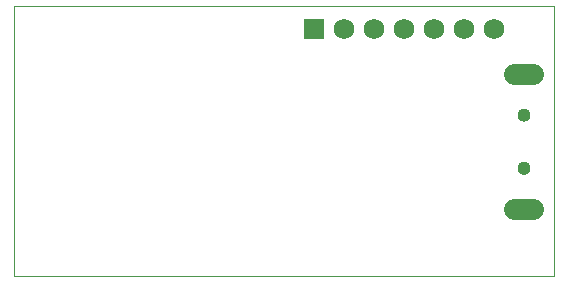
<source format=gbs>
G75*
%MOIN*%
%OFA0B0*%
%FSLAX25Y25*%
%IPPOS*%
%LPD*%
%AMOC8*
5,1,8,0,0,1.08239X$1,22.5*
%
%ADD10C,0.00000*%
%ADD11R,0.06900X0.06900*%
%ADD12C,0.06900*%
%ADD13C,0.07000*%
%ADD14C,0.04337*%
D10*
X0024428Y0011800D02*
X0024428Y0101800D01*
X0204428Y0101800D01*
X0204428Y0011800D01*
X0024428Y0011800D01*
X0192459Y0047942D02*
X0192461Y0048030D01*
X0192467Y0048118D01*
X0192477Y0048206D01*
X0192491Y0048294D01*
X0192508Y0048380D01*
X0192530Y0048466D01*
X0192555Y0048550D01*
X0192585Y0048634D01*
X0192617Y0048716D01*
X0192654Y0048796D01*
X0192694Y0048875D01*
X0192738Y0048952D01*
X0192785Y0049027D01*
X0192835Y0049099D01*
X0192889Y0049170D01*
X0192945Y0049237D01*
X0193005Y0049303D01*
X0193067Y0049365D01*
X0193133Y0049425D01*
X0193200Y0049481D01*
X0193271Y0049535D01*
X0193343Y0049585D01*
X0193418Y0049632D01*
X0193495Y0049676D01*
X0193574Y0049716D01*
X0193654Y0049753D01*
X0193736Y0049785D01*
X0193820Y0049815D01*
X0193904Y0049840D01*
X0193990Y0049862D01*
X0194076Y0049879D01*
X0194164Y0049893D01*
X0194252Y0049903D01*
X0194340Y0049909D01*
X0194428Y0049911D01*
X0194516Y0049909D01*
X0194604Y0049903D01*
X0194692Y0049893D01*
X0194780Y0049879D01*
X0194866Y0049862D01*
X0194952Y0049840D01*
X0195036Y0049815D01*
X0195120Y0049785D01*
X0195202Y0049753D01*
X0195282Y0049716D01*
X0195361Y0049676D01*
X0195438Y0049632D01*
X0195513Y0049585D01*
X0195585Y0049535D01*
X0195656Y0049481D01*
X0195723Y0049425D01*
X0195789Y0049365D01*
X0195851Y0049303D01*
X0195911Y0049237D01*
X0195967Y0049170D01*
X0196021Y0049099D01*
X0196071Y0049027D01*
X0196118Y0048952D01*
X0196162Y0048875D01*
X0196202Y0048796D01*
X0196239Y0048716D01*
X0196271Y0048634D01*
X0196301Y0048550D01*
X0196326Y0048466D01*
X0196348Y0048380D01*
X0196365Y0048294D01*
X0196379Y0048206D01*
X0196389Y0048118D01*
X0196395Y0048030D01*
X0196397Y0047942D01*
X0196395Y0047854D01*
X0196389Y0047766D01*
X0196379Y0047678D01*
X0196365Y0047590D01*
X0196348Y0047504D01*
X0196326Y0047418D01*
X0196301Y0047334D01*
X0196271Y0047250D01*
X0196239Y0047168D01*
X0196202Y0047088D01*
X0196162Y0047009D01*
X0196118Y0046932D01*
X0196071Y0046857D01*
X0196021Y0046785D01*
X0195967Y0046714D01*
X0195911Y0046647D01*
X0195851Y0046581D01*
X0195789Y0046519D01*
X0195723Y0046459D01*
X0195656Y0046403D01*
X0195585Y0046349D01*
X0195513Y0046299D01*
X0195438Y0046252D01*
X0195361Y0046208D01*
X0195282Y0046168D01*
X0195202Y0046131D01*
X0195120Y0046099D01*
X0195036Y0046069D01*
X0194952Y0046044D01*
X0194866Y0046022D01*
X0194780Y0046005D01*
X0194692Y0045991D01*
X0194604Y0045981D01*
X0194516Y0045975D01*
X0194428Y0045973D01*
X0194340Y0045975D01*
X0194252Y0045981D01*
X0194164Y0045991D01*
X0194076Y0046005D01*
X0193990Y0046022D01*
X0193904Y0046044D01*
X0193820Y0046069D01*
X0193736Y0046099D01*
X0193654Y0046131D01*
X0193574Y0046168D01*
X0193495Y0046208D01*
X0193418Y0046252D01*
X0193343Y0046299D01*
X0193271Y0046349D01*
X0193200Y0046403D01*
X0193133Y0046459D01*
X0193067Y0046519D01*
X0193005Y0046581D01*
X0192945Y0046647D01*
X0192889Y0046714D01*
X0192835Y0046785D01*
X0192785Y0046857D01*
X0192738Y0046932D01*
X0192694Y0047009D01*
X0192654Y0047088D01*
X0192617Y0047168D01*
X0192585Y0047250D01*
X0192555Y0047334D01*
X0192530Y0047418D01*
X0192508Y0047504D01*
X0192491Y0047590D01*
X0192477Y0047678D01*
X0192467Y0047766D01*
X0192461Y0047854D01*
X0192459Y0047942D01*
X0192459Y0065658D02*
X0192461Y0065746D01*
X0192467Y0065834D01*
X0192477Y0065922D01*
X0192491Y0066010D01*
X0192508Y0066096D01*
X0192530Y0066182D01*
X0192555Y0066266D01*
X0192585Y0066350D01*
X0192617Y0066432D01*
X0192654Y0066512D01*
X0192694Y0066591D01*
X0192738Y0066668D01*
X0192785Y0066743D01*
X0192835Y0066815D01*
X0192889Y0066886D01*
X0192945Y0066953D01*
X0193005Y0067019D01*
X0193067Y0067081D01*
X0193133Y0067141D01*
X0193200Y0067197D01*
X0193271Y0067251D01*
X0193343Y0067301D01*
X0193418Y0067348D01*
X0193495Y0067392D01*
X0193574Y0067432D01*
X0193654Y0067469D01*
X0193736Y0067501D01*
X0193820Y0067531D01*
X0193904Y0067556D01*
X0193990Y0067578D01*
X0194076Y0067595D01*
X0194164Y0067609D01*
X0194252Y0067619D01*
X0194340Y0067625D01*
X0194428Y0067627D01*
X0194516Y0067625D01*
X0194604Y0067619D01*
X0194692Y0067609D01*
X0194780Y0067595D01*
X0194866Y0067578D01*
X0194952Y0067556D01*
X0195036Y0067531D01*
X0195120Y0067501D01*
X0195202Y0067469D01*
X0195282Y0067432D01*
X0195361Y0067392D01*
X0195438Y0067348D01*
X0195513Y0067301D01*
X0195585Y0067251D01*
X0195656Y0067197D01*
X0195723Y0067141D01*
X0195789Y0067081D01*
X0195851Y0067019D01*
X0195911Y0066953D01*
X0195967Y0066886D01*
X0196021Y0066815D01*
X0196071Y0066743D01*
X0196118Y0066668D01*
X0196162Y0066591D01*
X0196202Y0066512D01*
X0196239Y0066432D01*
X0196271Y0066350D01*
X0196301Y0066266D01*
X0196326Y0066182D01*
X0196348Y0066096D01*
X0196365Y0066010D01*
X0196379Y0065922D01*
X0196389Y0065834D01*
X0196395Y0065746D01*
X0196397Y0065658D01*
X0196395Y0065570D01*
X0196389Y0065482D01*
X0196379Y0065394D01*
X0196365Y0065306D01*
X0196348Y0065220D01*
X0196326Y0065134D01*
X0196301Y0065050D01*
X0196271Y0064966D01*
X0196239Y0064884D01*
X0196202Y0064804D01*
X0196162Y0064725D01*
X0196118Y0064648D01*
X0196071Y0064573D01*
X0196021Y0064501D01*
X0195967Y0064430D01*
X0195911Y0064363D01*
X0195851Y0064297D01*
X0195789Y0064235D01*
X0195723Y0064175D01*
X0195656Y0064119D01*
X0195585Y0064065D01*
X0195513Y0064015D01*
X0195438Y0063968D01*
X0195361Y0063924D01*
X0195282Y0063884D01*
X0195202Y0063847D01*
X0195120Y0063815D01*
X0195036Y0063785D01*
X0194952Y0063760D01*
X0194866Y0063738D01*
X0194780Y0063721D01*
X0194692Y0063707D01*
X0194604Y0063697D01*
X0194516Y0063691D01*
X0194428Y0063689D01*
X0194340Y0063691D01*
X0194252Y0063697D01*
X0194164Y0063707D01*
X0194076Y0063721D01*
X0193990Y0063738D01*
X0193904Y0063760D01*
X0193820Y0063785D01*
X0193736Y0063815D01*
X0193654Y0063847D01*
X0193574Y0063884D01*
X0193495Y0063924D01*
X0193418Y0063968D01*
X0193343Y0064015D01*
X0193271Y0064065D01*
X0193200Y0064119D01*
X0193133Y0064175D01*
X0193067Y0064235D01*
X0193005Y0064297D01*
X0192945Y0064363D01*
X0192889Y0064430D01*
X0192835Y0064501D01*
X0192785Y0064573D01*
X0192738Y0064648D01*
X0192694Y0064725D01*
X0192654Y0064804D01*
X0192617Y0064884D01*
X0192585Y0064966D01*
X0192555Y0065050D01*
X0192530Y0065134D01*
X0192508Y0065220D01*
X0192491Y0065306D01*
X0192477Y0065394D01*
X0192467Y0065482D01*
X0192461Y0065570D01*
X0192459Y0065658D01*
D11*
X0124428Y0094300D03*
D12*
X0134428Y0094300D03*
X0144428Y0094300D03*
X0154428Y0094300D03*
X0164428Y0094300D03*
X0174428Y0094300D03*
X0184428Y0094300D03*
D13*
X0191128Y0079241D02*
X0197728Y0079241D01*
X0197728Y0034359D02*
X0191128Y0034359D01*
D14*
X0194428Y0047942D03*
X0194428Y0065658D03*
M02*

</source>
